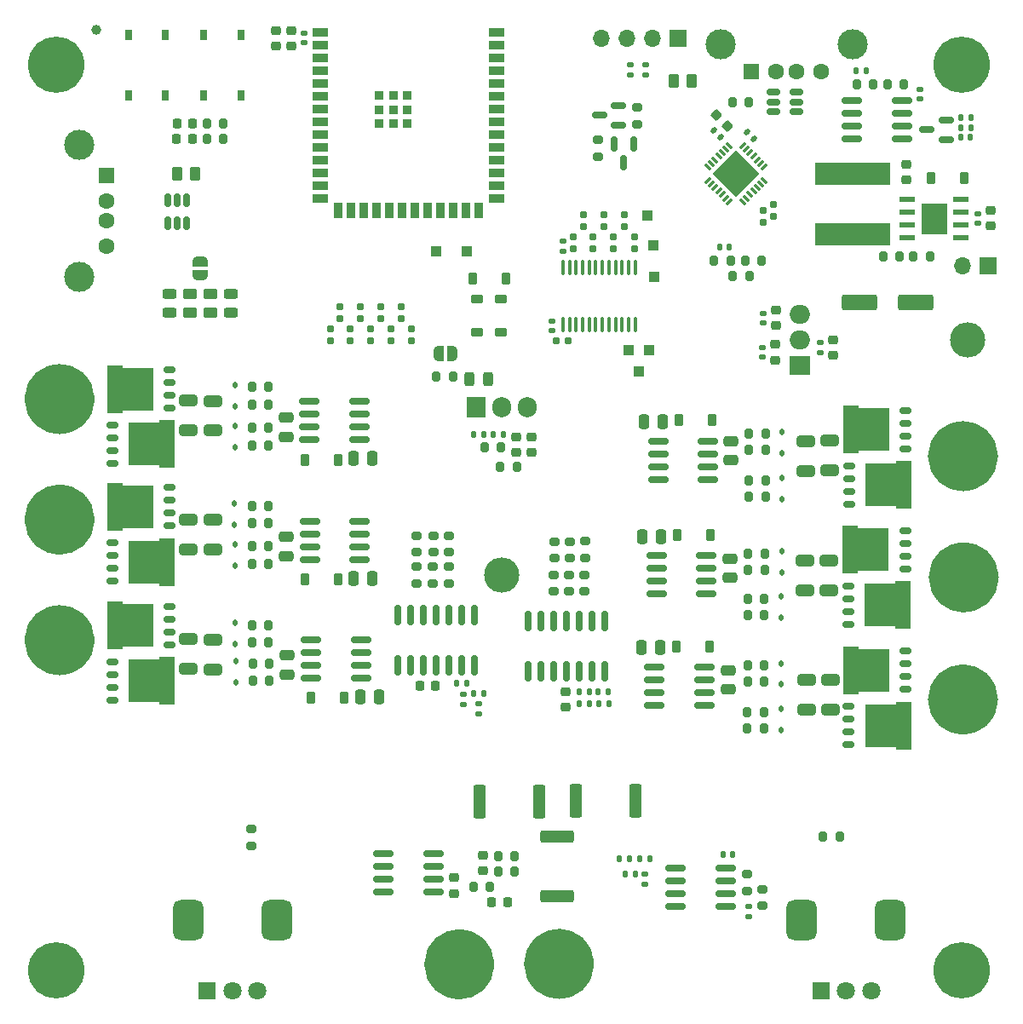
<source format=gbr>
%TF.GenerationSoftware,KiCad,Pcbnew,8.0.1*%
%TF.CreationDate,2024-05-15T20:02:36+03:00*%
%TF.ProjectId,ESP32_dual_ESC,45535033-325f-4647-9561-6c5f4553432e,rev?*%
%TF.SameCoordinates,Original*%
%TF.FileFunction,Soldermask,Top*%
%TF.FilePolarity,Negative*%
%FSLAX46Y46*%
G04 Gerber Fmt 4.6, Leading zero omitted, Abs format (unit mm)*
G04 Created by KiCad (PCBNEW 8.0.1) date 2024-05-15 20:02:36*
%MOMM*%
%LPD*%
G01*
G04 APERTURE LIST*
G04 Aperture macros list*
%AMRoundRect*
0 Rectangle with rounded corners*
0 $1 Rounding radius*
0 $2 $3 $4 $5 $6 $7 $8 $9 X,Y pos of 4 corners*
0 Add a 4 corners polygon primitive as box body*
4,1,4,$2,$3,$4,$5,$6,$7,$8,$9,$2,$3,0*
0 Add four circle primitives for the rounded corners*
1,1,$1+$1,$2,$3*
1,1,$1+$1,$4,$5*
1,1,$1+$1,$6,$7*
1,1,$1+$1,$8,$9*
0 Add four rect primitives between the rounded corners*
20,1,$1+$1,$2,$3,$4,$5,0*
20,1,$1+$1,$4,$5,$6,$7,0*
20,1,$1+$1,$6,$7,$8,$9,0*
20,1,$1+$1,$8,$9,$2,$3,0*%
%AMRotRect*
0 Rectangle, with rotation*
0 The origin of the aperture is its center*
0 $1 length*
0 $2 width*
0 $3 Rotation angle, in degrees counterclockwise*
0 Add horizontal line*
21,1,$1,$2,0,0,$3*%
%AMFreePoly0*
4,1,19,0.500000,-0.750000,0.000000,-0.750000,0.000000,-0.744911,-0.071157,-0.744911,-0.207708,-0.704816,-0.327430,-0.627875,-0.420627,-0.520320,-0.479746,-0.390866,-0.500000,-0.250000,-0.500000,0.250000,-0.479746,0.390866,-0.420627,0.520320,-0.327430,0.627875,-0.207708,0.704816,-0.071157,0.744911,0.000000,0.744911,0.000000,0.750000,0.500000,0.750000,0.500000,-0.750000,0.500000,-0.750000,
$1*%
%AMFreePoly1*
4,1,19,0.000000,0.744911,0.071157,0.744911,0.207708,0.704816,0.327430,0.627875,0.420627,0.520320,0.479746,0.390866,0.500000,0.250000,0.500000,-0.250000,0.479746,-0.390866,0.420627,-0.520320,0.327430,-0.627875,0.207708,-0.704816,0.071157,-0.744911,0.000000,-0.744911,0.000000,-0.750000,-0.500000,-0.750000,-0.500000,0.750000,0.000000,0.750000,0.000000,0.744911,0.000000,0.744911,
$1*%
G04 Aperture macros list end*
%ADD10C,3.500500*%
%ADD11RoundRect,0.250000X0.450000X-0.262500X0.450000X0.262500X-0.450000X0.262500X-0.450000X-0.262500X0*%
%ADD12RoundRect,0.250000X-0.262500X-0.450000X0.262500X-0.450000X0.262500X0.450000X-0.262500X0.450000X0*%
%ADD13RoundRect,0.250000X0.262500X0.450000X-0.262500X0.450000X-0.262500X-0.450000X0.262500X-0.450000X0*%
%ADD14RoundRect,0.200000X-0.200000X-0.275000X0.200000X-0.275000X0.200000X0.275000X-0.200000X0.275000X0*%
%ADD15C,2.900000*%
%ADD16C,5.000000*%
%ADD17RoundRect,0.100000X0.100000X-0.637500X0.100000X0.637500X-0.100000X0.637500X-0.100000X-0.637500X0*%
%ADD18RoundRect,0.250000X0.250000X0.475000X-0.250000X0.475000X-0.250000X-0.475000X0.250000X-0.475000X0*%
%ADD19RoundRect,0.140000X-0.170000X0.140000X-0.170000X-0.140000X0.170000X-0.140000X0.170000X0.140000X0*%
%ADD20RoundRect,0.140000X0.170000X-0.140000X0.170000X0.140000X-0.170000X0.140000X-0.170000X-0.140000X0*%
%ADD21RoundRect,0.225000X-0.225000X-0.250000X0.225000X-0.250000X0.225000X0.250000X-0.225000X0.250000X0*%
%ADD22RoundRect,0.150000X-0.150000X0.587500X-0.150000X-0.587500X0.150000X-0.587500X0.150000X0.587500X0*%
%ADD23RoundRect,0.243750X-0.243750X-0.456250X0.243750X-0.456250X0.243750X0.456250X-0.243750X0.456250X0*%
%ADD24RoundRect,0.250000X0.475000X-0.250000X0.475000X0.250000X-0.475000X0.250000X-0.475000X-0.250000X0*%
%ADD25RoundRect,0.135000X0.185000X-0.135000X0.185000X0.135000X-0.185000X0.135000X-0.185000X-0.135000X0*%
%ADD26RoundRect,0.160000X0.160000X-0.197500X0.160000X0.197500X-0.160000X0.197500X-0.160000X-0.197500X0*%
%ADD27RoundRect,0.225000X0.225000X0.375000X-0.225000X0.375000X-0.225000X-0.375000X0.225000X-0.375000X0*%
%ADD28RoundRect,0.200000X0.275000X-0.200000X0.275000X0.200000X-0.275000X0.200000X-0.275000X-0.200000X0*%
%ADD29RoundRect,0.225000X-0.250000X0.225000X-0.250000X-0.225000X0.250000X-0.225000X0.250000X0.225000X0*%
%ADD30RoundRect,0.200000X0.200000X0.275000X-0.200000X0.275000X-0.200000X-0.275000X0.200000X-0.275000X0*%
%ADD31RoundRect,0.150000X-0.825000X-0.150000X0.825000X-0.150000X0.825000X0.150000X-0.825000X0.150000X0*%
%ADD32RoundRect,0.225000X0.250000X-0.225000X0.250000X0.225000X-0.250000X0.225000X-0.250000X-0.225000X0*%
%ADD33RoundRect,0.250000X-0.650000X0.325000X-0.650000X-0.325000X0.650000X-0.325000X0.650000X0.325000X0*%
%ADD34RoundRect,0.150000X0.587500X0.150000X-0.587500X0.150000X-0.587500X-0.150000X0.587500X-0.150000X0*%
%ADD35RoundRect,0.140000X0.140000X0.170000X-0.140000X0.170000X-0.140000X-0.170000X0.140000X-0.170000X0*%
%ADD36RoundRect,0.250000X-0.250000X-0.475000X0.250000X-0.475000X0.250000X0.475000X-0.250000X0.475000X0*%
%ADD37RoundRect,0.135000X0.135000X0.185000X-0.135000X0.185000X-0.135000X-0.185000X0.135000X-0.185000X0*%
%ADD38RoundRect,0.150000X0.150000X-0.825000X0.150000X0.825000X-0.150000X0.825000X-0.150000X-0.825000X0*%
%ADD39C,3.600000*%
%ADD40C,5.600000*%
%ADD41RoundRect,0.218750X0.218750X0.256250X-0.218750X0.256250X-0.218750X-0.256250X0.218750X-0.256250X0*%
%ADD42R,1.510000X4.710000*%
%ADD43R,3.100000X4.210000*%
%ADD44RoundRect,0.175000X-0.400000X0.175000X-0.400000X-0.175000X0.400000X-0.175000X0.400000X0.175000X0*%
%ADD45R,1.000000X1.000000*%
%ADD46FreePoly0,270.000000*%
%ADD47FreePoly1,270.000000*%
%ADD48RoundRect,0.200000X-0.275000X0.200000X-0.275000X-0.200000X0.275000X-0.200000X0.275000X0.200000X0*%
%ADD49RoundRect,0.175000X0.400000X-0.175000X0.400000X0.175000X-0.400000X0.175000X-0.400000X-0.175000X0*%
%ADD50RoundRect,0.160000X-0.197500X-0.160000X0.197500X-0.160000X0.197500X0.160000X-0.197500X0.160000X0*%
%ADD51RoundRect,0.250000X-0.475000X0.250000X-0.475000X-0.250000X0.475000X-0.250000X0.475000X0.250000X0*%
%ADD52RoundRect,0.112500X-0.112500X0.187500X-0.112500X-0.187500X0.112500X-0.187500X0.112500X0.187500X0*%
%ADD53RoundRect,0.112500X0.112500X-0.187500X0.112500X0.187500X-0.112500X0.187500X-0.112500X-0.187500X0*%
%ADD54R,1.700000X1.700000*%
%ADD55O,1.700000X1.700000*%
%ADD56RoundRect,0.225000X-0.225000X-0.375000X0.225000X-0.375000X0.225000X0.375000X-0.225000X0.375000X0*%
%ADD57RoundRect,0.135000X-0.135000X-0.185000X0.135000X-0.185000X0.135000X0.185000X-0.135000X0.185000X0*%
%ADD58RoundRect,0.250000X-0.362500X-1.425000X0.362500X-1.425000X0.362500X1.425000X-0.362500X1.425000X0*%
%ADD59R,1.800000X1.800000*%
%ADD60C,1.800000*%
%ADD61RoundRect,0.750000X0.750000X-1.250000X0.750000X1.250000X-0.750000X1.250000X-0.750000X-1.250000X0*%
%ADD62RoundRect,0.250000X-1.500000X-0.550000X1.500000X-0.550000X1.500000X0.550000X-1.500000X0.550000X0*%
%ADD63RoundRect,0.250000X0.362500X1.425000X-0.362500X1.425000X-0.362500X-1.425000X0.362500X-1.425000X0*%
%ADD64R,1.500000X1.600000*%
%ADD65C,1.600000*%
%ADD66C,3.000000*%
%ADD67R,1.550000X0.600000*%
%ADD68R,2.600000X3.100000*%
%ADD69RoundRect,0.135000X-0.185000X0.135000X-0.185000X-0.135000X0.185000X-0.135000X0.185000X0.135000X0*%
%ADD70R,0.700000X1.000000*%
%ADD71RoundRect,0.150000X0.825000X0.150000X-0.825000X0.150000X-0.825000X-0.150000X0.825000X-0.150000X0*%
%ADD72RoundRect,0.140000X-0.140000X-0.170000X0.140000X-0.170000X0.140000X0.170000X-0.140000X0.170000X0*%
%ADD73RoundRect,0.243750X0.456250X-0.243750X0.456250X0.243750X-0.456250X0.243750X-0.456250X-0.243750X0*%
%ADD74RoundRect,0.140000X-0.219203X-0.021213X-0.021213X-0.219203X0.219203X0.021213X0.021213X0.219203X0*%
%ADD75RoundRect,0.250000X0.650000X-0.325000X0.650000X0.325000X-0.650000X0.325000X-0.650000X-0.325000X0*%
%ADD76RoundRect,0.225000X0.335876X0.017678X0.017678X0.335876X-0.335876X-0.017678X-0.017678X-0.335876X0*%
%ADD77RoundRect,0.225000X0.225000X0.250000X-0.225000X0.250000X-0.225000X-0.250000X0.225000X-0.250000X0*%
%ADD78C,1.000000*%
%ADD79RoundRect,0.150000X0.150000X-0.512500X0.150000X0.512500X-0.150000X0.512500X-0.150000X-0.512500X0*%
%ADD80RoundRect,0.225000X-0.375000X0.225000X-0.375000X-0.225000X0.375000X-0.225000X0.375000X0.225000X0*%
%ADD81R,7.500000X2.200000*%
%ADD82RoundRect,0.250000X-1.425000X0.362500X-1.425000X-0.362500X1.425000X-0.362500X1.425000X0.362500X0*%
%ADD83FreePoly0,180.000000*%
%ADD84FreePoly1,180.000000*%
%ADD85RoundRect,0.062500X0.194454X0.282843X-0.282843X-0.194454X-0.194454X-0.282843X0.282843X0.194454X0*%
%ADD86RoundRect,0.062500X-0.194454X0.282843X-0.282843X0.194454X0.194454X-0.282843X0.282843X-0.194454X0*%
%ADD87RotRect,3.350000X3.350000X225.000000*%
%ADD88RoundRect,0.150000X0.512500X0.150000X-0.512500X0.150000X-0.512500X-0.150000X0.512500X-0.150000X0*%
%ADD89R,1.500000X0.900000*%
%ADD90R,0.900000X1.500000*%
%ADD91R,0.900000X0.900000*%
%ADD92O,3.500000X3.500000*%
%ADD93R,2.000000X1.905000*%
%ADD94O,2.000000X1.905000*%
%ADD95R,1.905000X2.000000*%
%ADD96O,1.905000X2.000000*%
%ADD97R,1.600000X1.500000*%
G04 APERTURE END LIST*
D10*
X146949450Y-105931000D02*
G75*
G02*
X143448950Y-105931000I-1750250J0D01*
G01*
X143448950Y-105931000D02*
G75*
G02*
X146949450Y-105931000I1750250J0D01*
G01*
X146873250Y-93891400D02*
G75*
G02*
X143372750Y-93891400I-1750250J0D01*
G01*
X143372750Y-93891400D02*
G75*
G02*
X146873250Y-93891400I1750250J0D01*
G01*
X96810250Y-144390000D02*
G75*
G02*
X93309750Y-144390000I-1750250J0D01*
G01*
X93309750Y-144390000D02*
G75*
G02*
X96810250Y-144390000I1750250J0D01*
G01*
X106720250Y-144350000D02*
G75*
G02*
X103219750Y-144350000I-1750250J0D01*
G01*
X103219750Y-144350000D02*
G75*
G02*
X106720250Y-144350000I1750250J0D01*
G01*
X57078871Y-100195000D02*
G75*
G02*
X53578371Y-100195000I-1750250J0D01*
G01*
X53578371Y-100195000D02*
G75*
G02*
X57078871Y-100195000I1750250J0D01*
G01*
X57078871Y-88215000D02*
G75*
G02*
X53578371Y-88215000I-1750250J0D01*
G01*
X53578371Y-88215000D02*
G75*
G02*
X57078871Y-88215000I1750250J0D01*
G01*
X146873250Y-118072200D02*
G75*
G02*
X143372750Y-118072200I-1750250J0D01*
G01*
X143372750Y-118072200D02*
G75*
G02*
X146873250Y-118072200I1750250J0D01*
G01*
X57078871Y-112175000D02*
G75*
G02*
X53578371Y-112175000I-1750250J0D01*
G01*
X53578371Y-112175000D02*
G75*
G02*
X57078871Y-112175000I1750250J0D01*
G01*
D11*
%TO.C,R22*%
X68320000Y-79627500D03*
X68320000Y-77802500D03*
%TD*%
D12*
%TO.C,FB2*%
X116372100Y-56604200D03*
X118197100Y-56604200D03*
%TD*%
D11*
%TO.C,R23*%
X70300000Y-79625000D03*
X70300000Y-77800000D03*
%TD*%
D13*
%TO.C,FB1*%
X68812500Y-65820000D03*
X66987500Y-65820000D03*
%TD*%
D14*
%TO.C,R100*%
X122250800Y-75959000D03*
X123900800Y-75959000D03*
%TD*%
D15*
%TO.C,J9*%
X145100400Y-117934800D03*
D16*
X145100400Y-117934800D03*
%TD*%
D17*
%TO.C,U16*%
X105378400Y-80828100D03*
X106028400Y-80828100D03*
X106678400Y-80828100D03*
X107328400Y-80828100D03*
X107978400Y-80828100D03*
X108628400Y-80828100D03*
X109278400Y-80828100D03*
X109928400Y-80828100D03*
X110578400Y-80828100D03*
X111228400Y-80828100D03*
X111878400Y-80828100D03*
X112528400Y-80828100D03*
X112528400Y-75103100D03*
X111878400Y-75103100D03*
X111228400Y-75103100D03*
X110578400Y-75103100D03*
X109928400Y-75103100D03*
X109278400Y-75103100D03*
X108628400Y-75103100D03*
X107978400Y-75103100D03*
X107328400Y-75103100D03*
X106678400Y-75103100D03*
X106028400Y-75103100D03*
X105378400Y-75103100D03*
%TD*%
D18*
%TO.C,C1*%
X87100000Y-117800000D03*
X85200000Y-117800000D03*
%TD*%
%TO.C,C5*%
X86433800Y-94120000D03*
X84533800Y-94120000D03*
%TD*%
D14*
%TO.C,R68*%
X140200600Y-74003200D03*
X141850600Y-74003200D03*
%TD*%
D19*
%TO.C,C9*%
X79600000Y-51860000D03*
X79600000Y-52820000D03*
%TD*%
D14*
%TO.C,R82*%
X122200000Y-58687000D03*
X123850000Y-58687000D03*
%TD*%
D20*
%TO.C,C46*%
X125245800Y-80668400D03*
X125245800Y-79708400D03*
%TD*%
D21*
%TO.C,C7*%
X91160400Y-116700600D03*
X92710400Y-116700600D03*
%TD*%
D22*
%TO.C,Q20*%
X112363500Y-62832000D03*
X110463500Y-62832000D03*
X111413500Y-64707000D03*
%TD*%
D23*
%TO.C,D25*%
X96030500Y-86245200D03*
X97905500Y-86245200D03*
%TD*%
D24*
%TO.C,C2*%
X77970000Y-115590000D03*
X77970000Y-113690000D03*
%TD*%
D25*
%TO.C,R67*%
X113530000Y-136400000D03*
X113530000Y-135380000D03*
%TD*%
%TO.C,R33*%
X113545800Y-55990400D03*
X113545800Y-54970400D03*
%TD*%
D26*
%TO.C,R86*%
X110375800Y-73289600D03*
X110375800Y-72094600D03*
%TD*%
D14*
%TO.C,R55*%
X123698600Y-120942400D03*
X125348600Y-120942400D03*
%TD*%
D15*
%TO.C,J7*%
X145100400Y-93804800D03*
D16*
X145100400Y-93804800D03*
%TD*%
D25*
%TO.C,R32*%
X112098000Y-55990400D03*
X112098000Y-54970400D03*
%TD*%
D26*
%TO.C,R75*%
X85229800Y-80214100D03*
X85229800Y-79019100D03*
%TD*%
%TO.C,R78*%
X83223200Y-80239500D03*
X83223200Y-79044500D03*
%TD*%
D27*
%TO.C,D8*%
X120001400Y-101689200D03*
X116701400Y-101689200D03*
%TD*%
D28*
%TO.C,R19*%
X108822700Y-64109600D03*
X108822700Y-62459600D03*
%TD*%
D19*
%TO.C,C43*%
X105346600Y-72532600D03*
X105346600Y-73492600D03*
%TD*%
D29*
%TO.C,C47*%
X126495000Y-79375000D03*
X126495000Y-80925000D03*
%TD*%
D30*
%TO.C,R5*%
X76105000Y-110660000D03*
X74455000Y-110660000D03*
%TD*%
D18*
%TO.C,C3*%
X86408400Y-106032600D03*
X84508400Y-106032600D03*
%TD*%
D26*
%TO.C,R74*%
X86229200Y-82410600D03*
X86229200Y-81215600D03*
%TD*%
D31*
%TO.C,U17*%
X114657200Y-103760800D03*
X114657200Y-105030800D03*
X114657200Y-106300800D03*
X114657200Y-107570800D03*
X119607200Y-107570800D03*
X119607200Y-106300800D03*
X119607200Y-105030800D03*
X119607200Y-103760800D03*
%TD*%
D32*
%TO.C,C11*%
X78340000Y-53155000D03*
X78340000Y-51605000D03*
%TD*%
D14*
%TO.C,R59*%
X74465000Y-112390000D03*
X76115000Y-112390000D03*
%TD*%
D33*
%TO.C,C35*%
X131915000Y-116114600D03*
X131915000Y-119064600D03*
%TD*%
D29*
%TO.C,C28*%
X132219800Y-82296000D03*
X132219800Y-83846000D03*
%TD*%
D34*
%TO.C,U9*%
X143431600Y-62405600D03*
X143431600Y-60505600D03*
X141556600Y-61455600D03*
%TD*%
D35*
%TO.C,C13*%
X145881600Y-62225600D03*
X144921600Y-62225600D03*
%TD*%
D36*
%TO.C,C20*%
X113134200Y-112941400D03*
X115034200Y-112941400D03*
%TD*%
D37*
%TO.C,R29*%
X107990200Y-117284800D03*
X106970200Y-117284800D03*
%TD*%
D28*
%TO.C,R40*%
X107581800Y-104000600D03*
X107581800Y-102350600D03*
%TD*%
D38*
%TO.C,U10*%
X101892200Y-115238600D03*
X103162200Y-115238600D03*
X104432200Y-115238600D03*
X105702200Y-115238600D03*
X106972200Y-115238600D03*
X108242200Y-115238600D03*
X109512200Y-115238600D03*
X109512200Y-110288600D03*
X108242200Y-110288600D03*
X106972200Y-110288600D03*
X105702200Y-110288600D03*
X104432200Y-110288600D03*
X103162200Y-110288600D03*
X101892200Y-110288600D03*
%TD*%
D39*
%TO.C,H3*%
X145000000Y-145000000D03*
D40*
X145000000Y-145000000D03*
%TD*%
D20*
%TO.C,C42*%
X104254400Y-81417400D03*
X104254400Y-80457400D03*
%TD*%
D29*
%TO.C,C29*%
X102253600Y-91948200D03*
X102253600Y-93498200D03*
%TD*%
D26*
%TO.C,R84*%
X108351600Y-73289600D03*
X108351600Y-72094600D03*
%TD*%
%TO.C,R88*%
X112484000Y-73264200D03*
X112484000Y-72069200D03*
%TD*%
D41*
%TO.C,D6*%
X99837500Y-138230000D03*
X98262500Y-138230000D03*
%TD*%
D29*
%TO.C,C26*%
X147865600Y-69437200D03*
X147865600Y-70987200D03*
%TD*%
D42*
%TO.C,Q8*%
X139240821Y-96739000D03*
D43*
X136954821Y-96739000D03*
D44*
X133790821Y-94839000D03*
X133790821Y-96109000D03*
X133790821Y-97379000D03*
X133790821Y-98649000D03*
%TD*%
D45*
%TO.C,TP5*%
X111849000Y-83325000D03*
%TD*%
D46*
%TO.C,JP1*%
X69290000Y-74580000D03*
D47*
X69290000Y-75880000D03*
%TD*%
D48*
%TO.C,R18*%
X112708900Y-59259200D03*
X112708900Y-60909200D03*
%TD*%
D28*
%TO.C,R95*%
X123634600Y-137083600D03*
X123634600Y-135433600D03*
%TD*%
D26*
%TO.C,R79*%
X90284400Y-82423900D03*
X90284400Y-81228900D03*
%TD*%
D28*
%TO.C,R101*%
X125209400Y-138556800D03*
X125209400Y-136906800D03*
%TD*%
%TO.C,R93*%
X74409400Y-132587800D03*
X74409400Y-130937800D03*
%TD*%
D42*
%TO.C,Q6*%
X60798621Y-87205000D03*
D43*
X63084621Y-87205000D03*
D49*
X66248621Y-89105000D03*
X66248621Y-87835000D03*
X66248621Y-86565000D03*
X66248621Y-85295000D03*
%TD*%
D50*
%TO.C,R90*%
X104710400Y-82436000D03*
X105905400Y-82436000D03*
%TD*%
D51*
%TO.C,C21*%
X122074000Y-92396800D03*
X122074000Y-94296800D03*
%TD*%
D52*
%TO.C,D18*%
X72760000Y-102660000D03*
X72760000Y-104760000D03*
%TD*%
D30*
%TO.C,R42*%
X76165000Y-114470000D03*
X74515000Y-114470000D03*
%TD*%
%TO.C,R27*%
X138825600Y-74003200D03*
X137175600Y-74003200D03*
%TD*%
D27*
%TO.C,D9*%
X119899800Y-112789000D03*
X116599800Y-112789000D03*
%TD*%
D14*
%TO.C,R98*%
X123470000Y-74435000D03*
X125120000Y-74435000D03*
%TD*%
D53*
%TO.C,D19*%
X72720000Y-100730000D03*
X72720000Y-98630000D03*
%TD*%
D31*
%TO.C,U11*%
X114835000Y-92432400D03*
X114835000Y-93702400D03*
X114835000Y-94972400D03*
X114835000Y-96242400D03*
X119785000Y-96242400D03*
X119785000Y-94972400D03*
X119785000Y-93702400D03*
X119785000Y-92432400D03*
%TD*%
D42*
%TO.C,Q1*%
X66018621Y-116205000D03*
D43*
X63732621Y-116205000D03*
D44*
X60568621Y-114305000D03*
X60568621Y-115575000D03*
X60568621Y-116845000D03*
X60568621Y-118115000D03*
%TD*%
D14*
%TO.C,R61*%
X74430000Y-100570000D03*
X76080000Y-100570000D03*
%TD*%
D30*
%TO.C,R7*%
X76090000Y-102840000D03*
X74440000Y-102840000D03*
%TD*%
D53*
%TO.C,D21*%
X72770000Y-88910000D03*
X72770000Y-86810000D03*
%TD*%
D42*
%TO.C,Q5*%
X66018621Y-92705000D03*
D43*
X63732621Y-92705000D03*
D44*
X60568621Y-90805000D03*
X60568621Y-92075000D03*
X60568621Y-93345000D03*
X60568621Y-94615000D03*
%TD*%
D54*
%TO.C,J4*%
X147635600Y-74997200D03*
D55*
X145095600Y-74997200D03*
%TD*%
D26*
%TO.C,R77*%
X82216000Y-82436000D03*
X82216000Y-81241000D03*
%TD*%
D56*
%TO.C,D3*%
X79693600Y-94272400D03*
X82993600Y-94272400D03*
%TD*%
D33*
%TO.C,C39*%
X129451200Y-104303600D03*
X129451200Y-107253600D03*
%TD*%
D57*
%TO.C,R92*%
X134503800Y-55599400D03*
X135523800Y-55599400D03*
%TD*%
%TO.C,R30*%
X108900600Y-118478600D03*
X109920600Y-118478600D03*
%TD*%
D36*
%TO.C,C16*%
X113388200Y-90437000D03*
X115288200Y-90437000D03*
%TD*%
D42*
%TO.C,Q2*%
X60798621Y-110705000D03*
D43*
X63084621Y-110705000D03*
D49*
X66248621Y-112605000D03*
X66248621Y-111335000D03*
X66248621Y-110065000D03*
X66248621Y-108795000D03*
%TD*%
D26*
%TO.C,R89*%
X106388000Y-73289600D03*
X106388000Y-72094600D03*
%TD*%
D58*
%TO.C,R25*%
X106651300Y-128181400D03*
X112576300Y-128181400D03*
%TD*%
D37*
%TO.C,R6*%
X97470000Y-117510000D03*
X96450000Y-117510000D03*
%TD*%
D59*
%TO.C,RV2*%
X131000000Y-147000000D03*
D60*
X133500000Y-147000000D03*
X136000000Y-147000000D03*
D61*
X129100000Y-140000000D03*
X137900000Y-140000000D03*
%TD*%
D39*
%TO.C,H2*%
X145000000Y-55000000D03*
D40*
X145000000Y-55000000D03*
%TD*%
D30*
%TO.C,R12*%
X76105000Y-91070000D03*
X74455000Y-91070000D03*
%TD*%
D27*
%TO.C,D23*%
X145275600Y-66257200D03*
X141975600Y-66257200D03*
%TD*%
D30*
%TO.C,R36*%
X71615000Y-62390000D03*
X69965000Y-62390000D03*
%TD*%
D14*
%TO.C,R44*%
X123724000Y-116294200D03*
X125374000Y-116294200D03*
%TD*%
D33*
%TO.C,C40*%
X129502000Y-92392800D03*
X129502000Y-95342800D03*
%TD*%
D53*
%TO.C,D12*%
X127089000Y-105431600D03*
X127089000Y-103331600D03*
%TD*%
D30*
%TO.C,R45*%
X125348600Y-119316800D03*
X123698600Y-119316800D03*
%TD*%
%TO.C,R54*%
X125374000Y-114668600D03*
X123724000Y-114668600D03*
%TD*%
D62*
%TO.C,C23*%
X134815600Y-78575200D03*
X140415600Y-78575200D03*
%TD*%
D63*
%TO.C,R3*%
X102962500Y-128260000D03*
X97037500Y-128260000D03*
%TD*%
D33*
%TO.C,C38*%
X129552800Y-116140000D03*
X129552800Y-119090000D03*
%TD*%
D30*
%TO.C,R8*%
X76075000Y-98820000D03*
X74425000Y-98820000D03*
%TD*%
D53*
%TO.C,D10*%
X127063600Y-116582200D03*
X127063600Y-114482200D03*
%TD*%
D64*
%TO.C,J5*%
X60000000Y-66000000D03*
D65*
X60000000Y-68500000D03*
X60000000Y-70500000D03*
X60000000Y-73000000D03*
D66*
X57290000Y-62930000D03*
X57290000Y-76070000D03*
%TD*%
D42*
%TO.C,Q7*%
X133970821Y-91239000D03*
D43*
X136256821Y-91239000D03*
D49*
X139420821Y-93139000D03*
X139420821Y-91869000D03*
X139420821Y-90599000D03*
X139420821Y-89329000D03*
%TD*%
D67*
%TO.C,U5*%
X139545600Y-68377200D03*
X139545600Y-69647200D03*
X139545600Y-70917200D03*
X139545600Y-72187200D03*
X144945600Y-72187200D03*
X144945600Y-70917200D03*
X144945600Y-69647200D03*
X144945600Y-68377200D03*
D68*
X142245600Y-70282200D03*
%TD*%
D45*
%TO.C,TP8*%
X92746200Y-73546000D03*
%TD*%
D30*
%TO.C,R49*%
X125489800Y-96279000D03*
X123839800Y-96279000D03*
%TD*%
%TO.C,R94*%
X132867000Y-131712000D03*
X131217000Y-131712000D03*
%TD*%
D52*
%TO.C,D13*%
X127059800Y-107861200D03*
X127059800Y-109961200D03*
%TD*%
D69*
%TO.C,R4*%
X96950000Y-118470000D03*
X96950000Y-119490000D03*
%TD*%
D26*
%TO.C,R73*%
X87236400Y-80214100D03*
X87236400Y-79019100D03*
%TD*%
D30*
%TO.C,R16*%
X76105000Y-86990000D03*
X74455000Y-86990000D03*
%TD*%
D20*
%TO.C,C27*%
X130979800Y-83566000D03*
X130979800Y-82606000D03*
%TD*%
D26*
%TO.C,R97*%
X126301600Y-70079500D03*
X126301600Y-68884500D03*
%TD*%
D52*
%TO.C,D15*%
X127154000Y-96041800D03*
X127154000Y-98141800D03*
%TD*%
D70*
%TO.C,SW1*%
X62150000Y-58000000D03*
X62150000Y-52000000D03*
X65850000Y-58000000D03*
X65850000Y-52000000D03*
%TD*%
D24*
%TO.C,C6*%
X77880000Y-91970000D03*
X77880000Y-90070000D03*
%TD*%
D14*
%TO.C,R48*%
X123839800Y-93245200D03*
X125489800Y-93245200D03*
%TD*%
D57*
%TO.C,R64*%
X110970000Y-133900000D03*
X111990000Y-133900000D03*
%TD*%
D35*
%TO.C,C78*%
X122250000Y-133480000D03*
X121290000Y-133480000D03*
%TD*%
D71*
%TO.C,U3*%
X85149975Y-104165000D03*
X85149975Y-102895000D03*
X85149975Y-101625000D03*
X85149975Y-100355000D03*
X80199975Y-100355000D03*
X80199975Y-101625000D03*
X80199975Y-102895000D03*
X80199975Y-104165000D03*
%TD*%
D57*
%TO.C,R66*%
X111540000Y-135400000D03*
X112560000Y-135400000D03*
%TD*%
D24*
%TO.C,C4*%
X77840000Y-103820000D03*
X77840000Y-101920000D03*
%TD*%
D72*
%TO.C,C33*%
X120944800Y-73139600D03*
X121904800Y-73139600D03*
%TD*%
D26*
%TO.C,R85*%
X109428200Y-71054400D03*
X109428200Y-69859400D03*
%TD*%
D42*
%TO.C,Q3*%
X66018621Y-104405000D03*
D43*
X63732621Y-104405000D03*
D44*
X60568621Y-102505000D03*
X60568621Y-103775000D03*
X60568621Y-105045000D03*
X60568621Y-106315000D03*
%TD*%
D29*
%TO.C,C12*%
X100703600Y-91948200D03*
X100703600Y-93498200D03*
%TD*%
D19*
%TO.C,C41*%
X140830400Y-57445000D03*
X140830400Y-58405000D03*
%TD*%
D53*
%TO.C,D14*%
X127154000Y-93558600D03*
X127154000Y-91458600D03*
%TD*%
D73*
%TO.C,D4*%
X66285000Y-79660000D03*
X66285000Y-77785000D03*
%TD*%
D70*
%TO.C,SW3*%
X69650000Y-58000000D03*
X69650000Y-52000000D03*
X73350000Y-58000000D03*
X73350000Y-52000000D03*
%TD*%
D73*
%TO.C,D5*%
X72310000Y-79650000D03*
X72310000Y-77775000D03*
%TD*%
D52*
%TO.C,D20*%
X72770000Y-90880000D03*
X72770000Y-92980000D03*
%TD*%
D56*
%TO.C,D1*%
X80340000Y-117920000D03*
X83640000Y-117920000D03*
%TD*%
D57*
%TO.C,R65*%
X113010000Y-133900000D03*
X114030000Y-133900000D03*
%TD*%
D71*
%TO.C,U4*%
X85110000Y-92250000D03*
X85110000Y-90980000D03*
X85110000Y-89710000D03*
X85110000Y-88440000D03*
X80160000Y-88440000D03*
X80160000Y-89710000D03*
X80160000Y-90980000D03*
X80160000Y-92250000D03*
%TD*%
D74*
%TO.C,C32*%
X123625389Y-61674989D03*
X124304211Y-62353811D03*
%TD*%
D28*
%TO.C,R41*%
X107505600Y-107353400D03*
X107505600Y-105703400D03*
%TD*%
D30*
%TO.C,R47*%
X125370200Y-108073000D03*
X123720200Y-108073000D03*
%TD*%
D28*
%TO.C,R26*%
X104533800Y-104026000D03*
X104533800Y-102376000D03*
%TD*%
D33*
%TO.C,C37*%
X131864200Y-92367400D03*
X131864200Y-95317400D03*
%TD*%
D75*
%TO.C,C75*%
X70550000Y-103175000D03*
X70550000Y-100225000D03*
%TD*%
D33*
%TO.C,C36*%
X131813400Y-104278200D03*
X131813400Y-107228200D03*
%TD*%
D29*
%TO.C,C25*%
X97450000Y-133575000D03*
X97450000Y-135125000D03*
%TD*%
D69*
%TO.C,R102*%
X123787000Y-138618800D03*
X123787000Y-139638800D03*
%TD*%
D14*
%TO.C,R63*%
X74465000Y-88730000D03*
X76115000Y-88730000D03*
%TD*%
D42*
%TO.C,Q12*%
X139222200Y-120674000D03*
D43*
X136936200Y-120674000D03*
D44*
X133772200Y-118774000D03*
X133772200Y-120044000D03*
X133772200Y-121314000D03*
X133772200Y-122584000D03*
%TD*%
D74*
%TO.C,C30*%
X120374189Y-61471789D03*
X121053011Y-62150611D03*
%TD*%
D20*
%TO.C,C24*%
X146585600Y-70777200D03*
X146585600Y-69817200D03*
%TD*%
D14*
%TO.C,R38*%
X69965000Y-60870000D03*
X71615000Y-60870000D03*
%TD*%
D59*
%TO.C,RV1*%
X70000000Y-147000000D03*
D60*
X72500000Y-147000000D03*
X75000000Y-147000000D03*
D61*
X68100000Y-140000000D03*
X76900000Y-140000000D03*
%TD*%
D54*
%TO.C,J10*%
X116802000Y-52337000D03*
D55*
X114262000Y-52337000D03*
X111722000Y-52337000D03*
X109182000Y-52337000D03*
%TD*%
D39*
%TO.C,H1*%
X55000000Y-55000000D03*
D40*
X55000000Y-55000000D03*
%TD*%
D15*
%TO.C,J1*%
X55258621Y-112205000D03*
D16*
X55258621Y-112205000D03*
%TD*%
D15*
%TO.C,J8*%
X145100400Y-105819000D03*
D16*
X145100400Y-105819000D03*
%TD*%
D42*
%TO.C,Q9*%
X133922200Y-103184000D03*
D43*
X136208200Y-103184000D03*
D49*
X139372200Y-105084000D03*
X139372200Y-103814000D03*
X139372200Y-102544000D03*
X139372200Y-101274000D03*
%TD*%
D45*
%TO.C,TP6*%
X112865000Y-85458600D03*
%TD*%
D30*
%TO.C,R71*%
X100788600Y-94983200D03*
X99138600Y-94983200D03*
%TD*%
D45*
%TO.C,TP3*%
X114414400Y-76035200D03*
%TD*%
D14*
%TO.C,R72*%
X137605600Y-56920200D03*
X139255600Y-56920200D03*
%TD*%
D30*
%TO.C,R50*%
X125489800Y-91645000D03*
X123839800Y-91645000D03*
%TD*%
D56*
%TO.C,D2*%
X79693600Y-106159600D03*
X82993600Y-106159600D03*
%TD*%
D14*
%TO.C,R69*%
X92768000Y-86005200D03*
X94418000Y-86005200D03*
%TD*%
%TO.C,R91*%
X134569800Y-56920200D03*
X136219800Y-56920200D03*
%TD*%
D31*
%TO.C,U12*%
X87535000Y-133425000D03*
X87535000Y-134695000D03*
X87535000Y-135965000D03*
X87535000Y-137235000D03*
X92485000Y-137235000D03*
X92485000Y-135965000D03*
X92485000Y-134695000D03*
X92485000Y-133425000D03*
%TD*%
D37*
%TO.C,R35*%
X145921600Y-61225600D03*
X144901600Y-61225600D03*
%TD*%
D71*
%TO.C,U2*%
X85290000Y-115910000D03*
X85290000Y-114640000D03*
X85290000Y-113370000D03*
X85290000Y-112100000D03*
X80340000Y-112100000D03*
X80340000Y-113370000D03*
X80340000Y-114640000D03*
X80340000Y-115910000D03*
%TD*%
D28*
%TO.C,R15*%
X90810000Y-106535000D03*
X90810000Y-104885000D03*
%TD*%
D37*
%TO.C,R43*%
X109896200Y-117284000D03*
X108876200Y-117284000D03*
%TD*%
D14*
%TO.C,R99*%
X120396600Y-74435000D03*
X122046600Y-74435000D03*
%TD*%
D76*
%TO.C,C31*%
X121744208Y-61063808D03*
X120648192Y-59967792D03*
%TD*%
D30*
%TO.C,R57*%
X100555000Y-133605000D03*
X98905000Y-133605000D03*
%TD*%
%TO.C,R70*%
X99218600Y-92993200D03*
X97568600Y-92993200D03*
%TD*%
D42*
%TO.C,Q4*%
X60798621Y-98905000D03*
D43*
X63084621Y-98905000D03*
D49*
X66248621Y-100805000D03*
X66248621Y-99535000D03*
X66248621Y-98265000D03*
X66248621Y-96995000D03*
%TD*%
D34*
%TO.C,Q21*%
X110909200Y-60973000D03*
X110909200Y-59073000D03*
X109034200Y-60023000D03*
%TD*%
D15*
%TO.C,J2*%
X55258621Y-100205000D03*
D16*
X55258621Y-100205000D03*
%TD*%
D77*
%TO.C,C17*%
X68525000Y-60850000D03*
X66975000Y-60850000D03*
%TD*%
D37*
%TO.C,R21*%
X99453600Y-91723200D03*
X98433600Y-91723200D03*
%TD*%
D14*
%TO.C,R46*%
X123749400Y-105194400D03*
X125399400Y-105194400D03*
%TD*%
D26*
%TO.C,R76*%
X84222600Y-82410600D03*
X84222600Y-81215600D03*
%TD*%
D28*
%TO.C,R14*%
X94040000Y-106535000D03*
X94040000Y-104885000D03*
%TD*%
%TO.C,R31*%
X106032400Y-104026000D03*
X106032400Y-102376000D03*
%TD*%
D69*
%TO.C,R1*%
X95470000Y-117550000D03*
X95470000Y-118570000D03*
%TD*%
D75*
%TO.C,C72*%
X68140000Y-91320000D03*
X68140000Y-88370000D03*
%TD*%
D32*
%TO.C,C10*%
X76810000Y-53155000D03*
X76810000Y-51605000D03*
%TD*%
D14*
%TO.C,R53*%
X123720200Y-109724000D03*
X125370200Y-109724000D03*
%TD*%
%TO.C,R62*%
X74445000Y-92810000D03*
X76095000Y-92810000D03*
%TD*%
D75*
%TO.C,C74*%
X68110000Y-103150000D03*
X68110000Y-100200000D03*
%TD*%
D78*
%TO.C,FID1*%
X59000000Y-51500000D03*
%TD*%
D79*
%TO.C,U7*%
X66060000Y-70697500D03*
X67010000Y-70697500D03*
X67960000Y-70697500D03*
X67960000Y-68422500D03*
X67010000Y-68422500D03*
X66060000Y-68422500D03*
%TD*%
D38*
%TO.C,U1*%
X88965000Y-114665000D03*
X90235000Y-114665000D03*
X91505000Y-114665000D03*
X92775000Y-114665000D03*
X94045000Y-114665000D03*
X95315000Y-114665000D03*
X96585000Y-114665000D03*
X96585000Y-109715000D03*
X95315000Y-109715000D03*
X94045000Y-109715000D03*
X92775000Y-109715000D03*
X91505000Y-109715000D03*
X90235000Y-109715000D03*
X88965000Y-109715000D03*
%TD*%
D51*
%TO.C,C34*%
X121805800Y-115166400D03*
X121805800Y-117066400D03*
%TD*%
D28*
%TO.C,R37*%
X105972400Y-107328000D03*
X105972400Y-105678000D03*
%TD*%
D45*
%TO.C,TP4*%
X114312800Y-72971500D03*
%TD*%
D30*
%TO.C,R52*%
X125399400Y-103594200D03*
X123749400Y-103594200D03*
%TD*%
D26*
%TO.C,R83*%
X107404000Y-71054400D03*
X107404000Y-69859400D03*
%TD*%
D75*
%TO.C,C76*%
X68140000Y-115040000D03*
X68140000Y-112090000D03*
%TD*%
D80*
%TO.C,D24*%
X99199800Y-78246000D03*
X99199800Y-81546000D03*
%TD*%
D36*
%TO.C,C19*%
X113235800Y-101867000D03*
X115135800Y-101867000D03*
%TD*%
D14*
%TO.C,R24*%
X96465000Y-136710000D03*
X98115000Y-136710000D03*
%TD*%
D45*
%TO.C,TP9*%
X95796200Y-73546000D03*
%TD*%
D53*
%TO.C,D17*%
X72800000Y-112570000D03*
X72800000Y-110470000D03*
%TD*%
D57*
%TO.C,R20*%
X96503600Y-91723200D03*
X97523600Y-91723200D03*
%TD*%
D37*
%TO.C,R2*%
X95840000Y-116470000D03*
X94820000Y-116470000D03*
%TD*%
D42*
%TO.C,Q11*%
X133952200Y-115174000D03*
D43*
X136238200Y-115174000D03*
D49*
X139402200Y-117074000D03*
X139402200Y-115804000D03*
X139402200Y-114534000D03*
X139402200Y-113264000D03*
%TD*%
D51*
%TO.C,C22*%
X121983600Y-104092000D03*
X121983600Y-105992000D03*
%TD*%
D81*
%TO.C,L1*%
X134150200Y-71844200D03*
X134150200Y-65844200D03*
%TD*%
D29*
%TO.C,C45*%
X126469600Y-82778600D03*
X126469600Y-84328600D03*
%TD*%
D32*
%TO.C,C15*%
X105651400Y-118821800D03*
X105651400Y-117271800D03*
%TD*%
D82*
%TO.C,R56*%
X104780000Y-131710000D03*
X104780000Y-137635000D03*
%TD*%
D28*
%TO.C,R28*%
X104457600Y-107328000D03*
X104457600Y-105678000D03*
%TD*%
%TO.C,R11*%
X90810000Y-103430000D03*
X90810000Y-101780000D03*
%TD*%
D75*
%TO.C,C77*%
X70580000Y-115065000D03*
X70580000Y-112115000D03*
%TD*%
D83*
%TO.C,JP2*%
X94338000Y-83655200D03*
D84*
X93038000Y-83655200D03*
%TD*%
D28*
%TO.C,R9*%
X92460000Y-103450000D03*
X92460000Y-101800000D03*
%TD*%
D27*
%TO.C,D7*%
X120168000Y-90273400D03*
X116868000Y-90273400D03*
%TD*%
D28*
%TO.C,R13*%
X92435000Y-106535000D03*
X92435000Y-104885000D03*
%TD*%
D21*
%TO.C,C14*%
X66960000Y-62390000D03*
X68510000Y-62390000D03*
%TD*%
D20*
%TO.C,C44*%
X125199600Y-84059000D03*
X125199600Y-83099000D03*
%TD*%
D45*
%TO.C,TP7*%
X113931800Y-83350400D03*
%TD*%
D80*
%TO.C,D22*%
X96819800Y-78236000D03*
X96819800Y-81536000D03*
%TD*%
D29*
%TO.C,C8*%
X139475600Y-64862200D03*
X139475600Y-66412200D03*
%TD*%
D75*
%TO.C,C73*%
X70580000Y-91345000D03*
X70580000Y-88395000D03*
%TD*%
D14*
%TO.C,R60*%
X74445000Y-104570000D03*
X76095000Y-104570000D03*
%TD*%
D31*
%TO.C,U19*%
X134113600Y-58560000D03*
X134113600Y-59830000D03*
X134113600Y-61100000D03*
X134113600Y-62370000D03*
X139063600Y-62370000D03*
X139063600Y-61100000D03*
X139063600Y-59830000D03*
X139063600Y-58560000D03*
%TD*%
D85*
%TO.C,U15*%
X125361800Y-65141298D03*
X125008246Y-64787744D03*
X124654693Y-64434191D03*
X124301140Y-64080637D03*
X123947586Y-63727084D03*
X123594033Y-63373531D03*
X123240479Y-63019977D03*
D86*
X121896977Y-63019977D03*
X121543423Y-63373531D03*
X121189870Y-63727084D03*
X120836316Y-64080637D03*
X120482763Y-64434191D03*
X120129210Y-64787744D03*
X119775656Y-65141298D03*
D85*
X119775656Y-66484800D03*
X120129210Y-66838354D03*
X120482763Y-67191907D03*
X120836316Y-67545461D03*
X121189870Y-67899014D03*
X121543423Y-68252567D03*
X121896977Y-68606121D03*
D86*
X123240479Y-68606121D03*
X123594033Y-68252567D03*
X123947586Y-67899014D03*
X124301140Y-67545461D03*
X124654693Y-67191907D03*
X125008246Y-66838354D03*
X125361800Y-66484800D03*
D87*
X122568728Y-65813049D03*
%TD*%
D52*
%TO.C,D16*%
X72840000Y-114280000D03*
X72840000Y-116380000D03*
%TD*%
D26*
%TO.C,R96*%
X125260200Y-70663700D03*
X125260200Y-69468700D03*
%TD*%
D31*
%TO.C,U18*%
X114468200Y-114871800D03*
X114468200Y-116141800D03*
X114468200Y-117411800D03*
X114468200Y-118681800D03*
X119418200Y-118681800D03*
X119418200Y-117411800D03*
X119418200Y-116141800D03*
X119418200Y-114871800D03*
%TD*%
D88*
%TO.C,U14*%
X128582100Y-59625700D03*
X128582100Y-58675700D03*
X128582100Y-57725700D03*
X126307100Y-57725700D03*
X126307100Y-58675700D03*
X126307100Y-59625700D03*
%TD*%
D26*
%TO.C,R81*%
X89243000Y-80239500D03*
X89243000Y-79044500D03*
%TD*%
D39*
%TO.C,H4*%
X55000000Y-145000000D03*
D40*
X55000000Y-145000000D03*
%TD*%
D57*
%TO.C,R39*%
X106970200Y-118478600D03*
X107990200Y-118478600D03*
%TD*%
D15*
%TO.C,J15*%
X104960000Y-144360000D03*
D16*
X104960000Y-144360000D03*
%TD*%
D26*
%TO.C,R80*%
X88235800Y-82436000D03*
X88235800Y-81241000D03*
%TD*%
D28*
%TO.C,R10*%
X94020000Y-103440000D03*
X94020000Y-101790000D03*
%TD*%
D45*
%TO.C,TP2*%
X113779400Y-69948900D03*
%TD*%
D15*
%TO.C,J3*%
X55258621Y-88205000D03*
D16*
X55258621Y-88205000D03*
%TD*%
D14*
%TO.C,R17*%
X74510000Y-116190000D03*
X76160000Y-116190000D03*
%TD*%
D15*
%TO.C,J14*%
X94960000Y-144360000D03*
D16*
X94960000Y-144360000D03*
%TD*%
D26*
%TO.C,R87*%
X111468000Y-71054400D03*
X111468000Y-69859400D03*
%TD*%
D56*
%TO.C,D26*%
X96432200Y-76263800D03*
X99732200Y-76263800D03*
%TD*%
D30*
%TO.C,R58*%
X100565000Y-135155000D03*
X98915000Y-135155000D03*
%TD*%
D52*
%TO.C,D11*%
X127038200Y-119028800D03*
X127038200Y-121128800D03*
%TD*%
D31*
%TO.C,U13*%
X116560000Y-134810000D03*
X116560000Y-136080000D03*
X116560000Y-137350000D03*
X116560000Y-138620000D03*
X121510000Y-138620000D03*
X121510000Y-137350000D03*
X121510000Y-136080000D03*
X121510000Y-134810000D03*
%TD*%
D32*
%TO.C,C18*%
X94520000Y-137345000D03*
X94520000Y-135795000D03*
%TD*%
D42*
%TO.C,Q10*%
X139192200Y-108684000D03*
D43*
X136906200Y-108684000D03*
D44*
X133742200Y-106784000D03*
X133742200Y-108054000D03*
X133742200Y-109324000D03*
X133742200Y-110594000D03*
%TD*%
D14*
%TO.C,R51*%
X123839800Y-97930000D03*
X125489800Y-97930000D03*
%TD*%
D57*
%TO.C,R34*%
X144899100Y-60235600D03*
X145919100Y-60235600D03*
%TD*%
D89*
%TO.C,U6*%
X81250000Y-51740000D03*
X81250000Y-53010000D03*
X81250000Y-54280000D03*
X81250000Y-55550000D03*
X81250000Y-56820000D03*
X81250000Y-58090000D03*
X81250000Y-59360000D03*
X81250000Y-60630000D03*
X81250000Y-61900000D03*
X81250000Y-63170000D03*
X81250000Y-64440000D03*
X81250000Y-65710000D03*
X81250000Y-66980000D03*
X81250000Y-68250000D03*
D90*
X83015000Y-69500000D03*
X84285000Y-69500000D03*
X85555000Y-69500000D03*
X86825000Y-69500000D03*
X88095000Y-69500000D03*
X89365000Y-69500000D03*
X90635000Y-69500000D03*
X91905000Y-69500000D03*
X93175000Y-69500000D03*
X94445000Y-69500000D03*
X95715000Y-69500000D03*
X96985000Y-69500000D03*
D89*
X98750000Y-68250000D03*
X98750000Y-66980000D03*
X98750000Y-65710000D03*
X98750000Y-64440000D03*
X98750000Y-63170000D03*
X98750000Y-61900000D03*
X98750000Y-60630000D03*
X98750000Y-59360000D03*
X98750000Y-58090000D03*
X98750000Y-56820000D03*
X98750000Y-55550000D03*
X98750000Y-54280000D03*
X98750000Y-53010000D03*
X98750000Y-51740000D03*
D91*
X87100000Y-58060000D03*
X87100000Y-59460000D03*
X87100000Y-60860000D03*
X87100000Y-60860000D03*
X88500000Y-58060000D03*
X88500000Y-58060000D03*
X88500000Y-59460000D03*
X88500000Y-60860000D03*
X89900000Y-58060000D03*
X89900000Y-59460000D03*
X89900000Y-60860000D03*
%TD*%
D92*
%TO.C,U20*%
X145568000Y-82334400D03*
D93*
X128908000Y-84874400D03*
D94*
X128908000Y-82334400D03*
X128908000Y-79794400D03*
%TD*%
D92*
%TO.C,U8*%
X99250600Y-105690200D03*
D95*
X96710600Y-89030200D03*
D96*
X99250600Y-89030200D03*
X101790600Y-89030200D03*
%TD*%
D97*
%TO.C,J6*%
X124062200Y-55689800D03*
D65*
X126562200Y-55689800D03*
X128562200Y-55689800D03*
X131062200Y-55689800D03*
D66*
X120992200Y-52979800D03*
X134132200Y-52979800D03*
%TD*%
M02*

</source>
